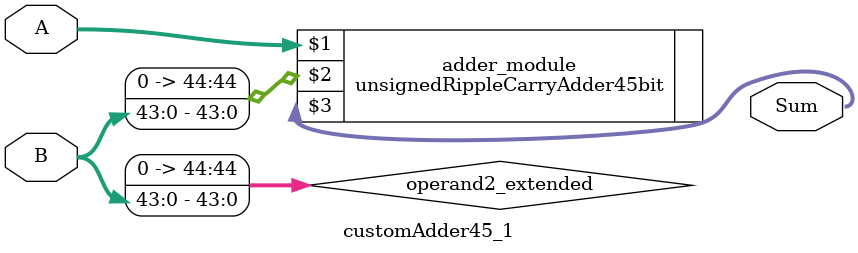
<source format=v>
module customAdder45_1(
                        input [44 : 0] A,
                        input [43 : 0] B,
                        
                        output [45 : 0] Sum
                );

        wire [44 : 0] operand2_extended;
        
        assign operand2_extended =  {1'b0, B};
        
        unsignedRippleCarryAdder45bit adder_module(
            A,
            operand2_extended,
            Sum
        );
        
        endmodule
        
</source>
